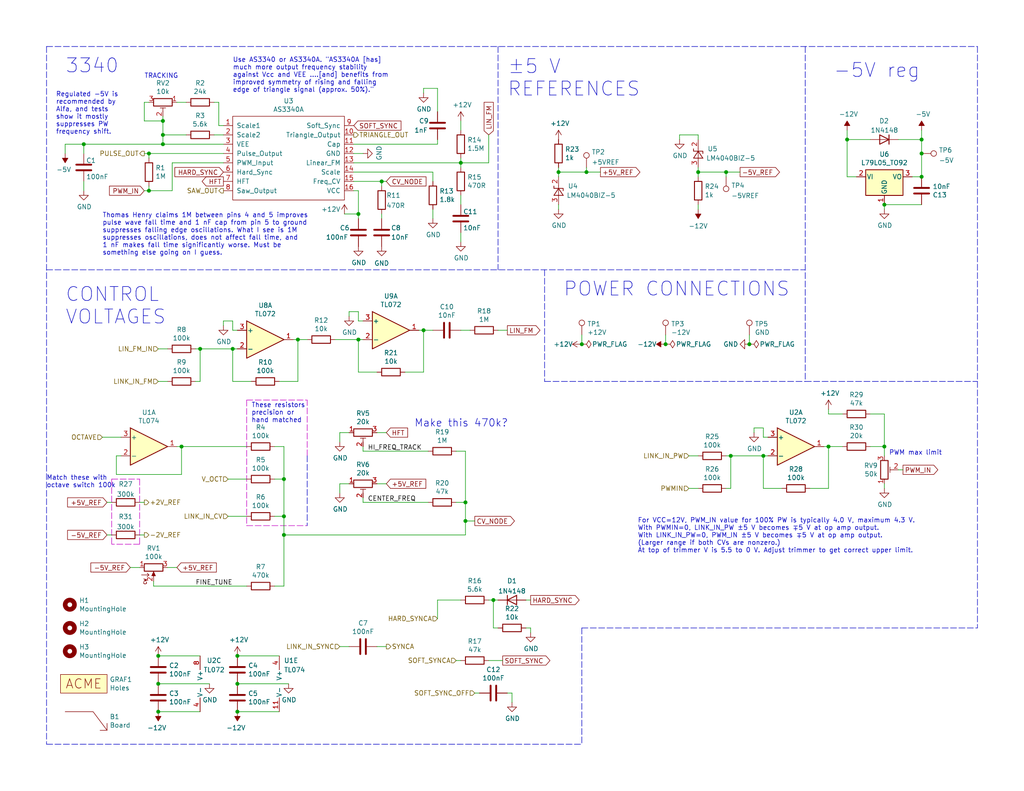
<source format=kicad_sch>
(kicad_sch (version 20211123) (generator eeschema)
  (paper "USLetter")
  (title_block (title "Sidekick VCO") (date "2022-01-30") (company "Rich Holmes / Analog Output") (comment 1 "or neighboring rights to this work. Published from United States.") (comment 2 "To the extent possible under law, Richard Holmes has waived all copyright and related ") (comment 3 "Partly based on designs by Kassutronics, Thomas Henry, and LMNC"))
  (junction (at 49.53 121.92))
  (junction (at 231.14 38.1))
  (junction (at 251.46 41.91))
  (junction (at 115.57 90.17))
  (junction (at 134.62 163.83))
  (junction (at 198.12 46.99))
  (junction (at 97.79 58.42))
  (junction (at 152.4 46.99))
  (junction (at 241.3 121.92))
  (junction (at 158.75 93.98))
  (junction (at 97.79 92.71))
  (junction (at 40.64 52.07))
  (junction (at 251.46 48.26))
  (junction (at 44.45 39.37))
  (junction (at 64.77 179.07))
  (junction (at 204.47 93.98))
  (junction (at 43.18 194.31))
  (junction (at 127 137.16))
  (junction (at 43.18 186.69))
  (junction (at 199.39 124.46))
  (junction (at 22.86 39.37))
  (junction (at 44.45 36.83))
  (junction (at 44.45 33.02))
  (junction (at 104.14 49.53))
  (junction (at 63.5 95.25))
  (junction (at 64.77 186.69))
  (junction (at 190.5 46.99))
  (junction (at 181.61 93.98))
  (junction (at 125.73 44.45))
  (junction (at 77.47 140.97))
  (junction (at 77.47 146.05))
  (junction (at 226.06 121.92))
  (junction (at 40.64 41.91))
  (junction (at 64.77 194.31))
  (junction (at 81.28 92.71))
  (junction (at 127 142.24))
  (junction (at 77.47 130.81))
  (junction (at 208.28 124.46))
  (junction (at 43.18 179.07))
  (junction (at 251.46 38.1))
  (junction (at 160.02 46.99))
  (junction (at 241.3 55.88))
  (junction (at 54.61 95.25))
  (wire (pts (xy 60.96 41.91) (xy 40.64 41.91)))
  (polyline (pts (xy 30.48 130.81) (xy 38.1 130.81)) (stroke (width 0) (color 194 0 194 1)))
  (wire (pts (xy 241.3 132.08) (xy 241.3 133.35)))
  (wire (pts (xy 74.93 140.97) (xy 77.47 140.97)))
  (wire (pts (xy 91.44 92.71) (xy 97.79 92.71)))
  (wire (pts (xy 105.41 49.53) (xy 104.14 49.53)))
  (wire (pts (xy 27.94 119.38) (xy 33.02 119.38)))
  (wire (pts (xy 76.2 104.14) (xy 81.28 104.14)))
  (wire (pts (xy 231.14 38.1) (xy 237.49 38.1)))
  (wire (pts (xy 144.78 163.83) (xy 143.51 163.83)))
  (wire (pts (xy 127 123.19) (xy 124.46 123.19)))
  (wire (pts (xy 152.4 55.88) (xy 152.4 57.15)))
  (wire (pts (xy 58.42 36.83) (xy 60.96 36.83)))
  (wire (pts (xy 77.47 146.05) (xy 77.47 160.02)))
  (wire (pts (xy 96.52 46.99) (xy 118.11 46.99)))
  (wire (pts (xy 160.02 46.99) (xy 163.83 46.99)))
  (polyline (pts (xy 83.82 124.46) (xy 83.82 109.22)) (stroke (width 0) (color 194 0 194 1)))
  (wire (pts (xy 198.12 46.99) (xy 201.93 46.99)))
  (wire (pts (xy 205.74 116.84) (xy 205.74 118.11)))
  (wire (pts (xy 137.16 180.34) (xy 133.35 180.34)))
  (wire (pts (xy 226.06 113.03) (xy 229.87 113.03)))
  (wire (pts (xy 115.57 24.13) (xy 115.57 25.4)))
  (wire (pts (xy 31.75 129.54) (xy 49.53 129.54)))
  (wire (pts (xy 41.91 160.02) (xy 67.31 160.02)))
  (wire (pts (xy 198.12 133.35) (xy 199.39 133.35)))
  (wire (pts (xy 251.46 35.56) (xy 251.46 38.1)))
  (wire (pts (xy 158.75 91.44) (xy 158.75 93.98)))
  (wire (pts (xy 135.89 171.45) (xy 134.62 171.45)))
  (wire (pts (xy 119.38 30.48) (xy 119.38 24.13)))
  (wire (pts (xy 57.15 186.69) (xy 43.18 186.69)))
  (wire (pts (xy 97.79 85.09) (xy 95.25 85.09)))
  (wire (pts (xy 53.34 95.25) (xy 54.61 95.25)))
  (wire (pts (xy 115.57 101.6) (xy 115.57 90.17)))
  (wire (pts (xy 97.79 101.6) (xy 102.87 101.6)))
  (wire (pts (xy 118.11 59.69) (xy 118.11 57.15)))
  (wire (pts (xy 77.47 121.92) (xy 77.47 130.81)))
  (wire (pts (xy 127 142.24) (xy 127 137.16)))
  (wire (pts (xy 125.73 63.5) (xy 125.73 66.04)))
  (wire (pts (xy 39.37 33.02) (xy 44.45 33.02)))
  (wire (pts (xy 74.93 130.81) (xy 77.47 130.81)))
  (wire (pts (xy 40.64 27.94) (xy 39.37 27.94)))
  (wire (pts (xy 190.5 36.83) (xy 185.42 36.83)))
  (wire (pts (xy 92.71 118.11) (xy 92.71 120.65)))
  (wire (pts (xy 44.45 36.83) (xy 50.8 36.83)))
  (wire (pts (xy 204.47 91.44) (xy 204.47 93.98)))
  (wire (pts (xy 76.2 179.07) (xy 64.77 179.07)))
  (wire (pts (xy 133.35 36.83) (xy 133.35 44.45)))
  (wire (pts (xy 97.79 52.07) (xy 97.79 58.42)))
  (wire (pts (xy 152.4 46.99) (xy 152.4 45.72)))
  (wire (pts (xy 40.64 50.8) (xy 40.64 52.07)))
  (polyline (pts (xy 38.1 148.59) (xy 30.48 148.59)) (stroke (width 0) (color 194 0 194 1)))
  (wire (pts (xy 245.11 128.27) (xy 246.38 128.27)))
  (wire (pts (xy 40.64 52.07) (xy 46.99 52.07)))
  (wire (pts (xy 63.5 87.63) (xy 60.96 87.63)))
  (wire (pts (xy 54.61 179.07) (xy 43.18 179.07)))
  (wire (pts (xy 187.96 133.35) (xy 190.5 133.35)))
  (wire (pts (xy 39.37 27.94) (xy 39.37 33.02)))
  (polyline (pts (xy 67.31 109.22) (xy 83.82 109.22)) (stroke (width 0) (color 194 0 194 1)))
  (wire (pts (xy 226.06 121.92) (xy 224.79 121.92)))
  (wire (pts (xy 139.7 189.23) (xy 138.43 189.23)))
  (wire (pts (xy 38.1 146.05) (xy 39.37 146.05)))
  (wire (pts (xy 99.06 135.89) (xy 99.06 137.16)))
  (wire (pts (xy 185.42 36.83) (xy 185.42 38.1)))
  (wire (pts (xy 125.73 44.45) (xy 125.73 45.72)))
  (wire (pts (xy 190.5 46.99) (xy 190.5 45.72)))
  (wire (pts (xy 63.5 87.63) (xy 63.5 90.17)))
  (wire (pts (xy 77.47 140.97) (xy 77.47 146.05)))
  (wire (pts (xy 125.73 53.34) (xy 125.73 55.88)))
  (wire (pts (xy 245.11 38.1) (xy 251.46 38.1)))
  (wire (pts (xy 144.78 172.72) (xy 144.78 171.45)))
  (wire (pts (xy 102.87 176.53) (xy 105.41 176.53)))
  (polyline (pts (xy 12.7 12.7) (xy 266.7 12.7)))
  (wire (pts (xy 62.23 130.81) (xy 67.31 130.81)))
  (wire (pts (xy 59.69 34.29) (xy 60.96 34.29)))
  (wire (pts (xy 77.47 146.05) (xy 127 146.05)))
  (polyline (pts (xy 148.59 104.14) (xy 219.71 104.14)))
  (wire (pts (xy 237.49 113.03) (xy 241.3 113.03)))
  (polyline (pts (xy 135.89 12.7) (xy 135.89 73.66)))
  (wire (pts (xy 152.4 46.99) (xy 152.4 48.26)))
  (wire (pts (xy 105.41 132.08) (xy 102.87 132.08)))
  (wire (pts (xy 43.18 104.14) (xy 45.72 104.14)))
  (polyline (pts (xy 67.31 109.22) (xy 67.31 143.51)) (stroke (width 0) (color 194 0 194 1)))
  (wire (pts (xy 39.37 52.07) (xy 40.64 52.07)))
  (wire (pts (xy 48.26 121.92) (xy 49.53 121.92)))
  (wire (pts (xy 190.5 38.1) (xy 190.5 36.83)))
  (wire (pts (xy 226.06 121.92) (xy 229.87 121.92)))
  (wire (pts (xy 29.21 137.16) (xy 30.48 137.16)))
  (wire (pts (xy 58.42 27.94) (xy 59.69 27.94)))
  (wire (pts (xy 231.14 35.56) (xy 231.14 38.1)))
  (wire (pts (xy 99.06 123.19) (xy 116.84 123.19)))
  (wire (pts (xy 135.89 90.17) (xy 138.43 90.17)))
  (wire (pts (xy 62.23 140.97) (xy 67.31 140.97)))
  (wire (pts (xy 127 146.05) (xy 127 142.24)))
  (wire (pts (xy 44.45 33.02) (xy 44.45 36.83)))
  (wire (pts (xy 29.21 146.05) (xy 30.48 146.05)))
  (polyline (pts (xy 266.7 12.7) (xy 266.7 171.45)))
  (wire (pts (xy 22.86 39.37) (xy 44.45 39.37)))
  (wire (pts (xy 237.49 121.92) (xy 241.3 121.92)))
  (wire (pts (xy 63.5 104.14) (xy 68.58 104.14)))
  (wire (pts (xy 22.86 52.07) (xy 22.86 49.53)))
  (wire (pts (xy 74.93 121.92) (xy 77.47 121.92)))
  (wire (pts (xy 92.71 132.08) (xy 92.71 134.62)))
  (wire (pts (xy 181.61 91.44) (xy 181.61 93.98)))
  (wire (pts (xy 190.5 46.99) (xy 190.5 48.26)))
  (wire (pts (xy 96.52 52.07) (xy 97.79 52.07)))
  (wire (pts (xy 96.52 44.45) (xy 125.73 44.45)))
  (wire (pts (xy 129.54 189.23) (xy 130.81 189.23)))
  (wire (pts (xy 160.02 45.72) (xy 160.02 46.99)))
  (wire (pts (xy 135.89 163.83) (xy 134.62 163.83)))
  (wire (pts (xy 44.45 39.37) (xy 44.45 36.83)))
  (wire (pts (xy 220.98 133.35) (xy 226.06 133.35)))
  (wire (pts (xy 190.5 46.99) (xy 198.12 46.99)))
  (wire (pts (xy 64.77 95.25) (xy 63.5 95.25)))
  (wire (pts (xy 125.73 180.34) (xy 124.46 180.34)))
  (wire (pts (xy 22.86 39.37) (xy 22.86 41.91)))
  (polyline (pts (xy 67.31 143.51) (xy 83.82 143.51)) (stroke (width 0) (color 194 0 194 1)))
  (wire (pts (xy 125.73 33.02) (xy 125.73 35.56)))
  (wire (pts (xy 152.4 46.99) (xy 160.02 46.99)))
  (polyline (pts (xy 12.7 203.2) (xy 158.75 203.2)))
  (wire (pts (xy 231.14 38.1) (xy 231.14 48.26)))
  (wire (pts (xy 95.25 118.11) (xy 92.71 118.11)))
  (wire (pts (xy 144.78 171.45) (xy 143.51 171.45)))
  (wire (pts (xy 127 137.16) (xy 127 123.19)))
  (wire (pts (xy 97.79 58.42) (xy 97.79 59.69)))
  (wire (pts (xy 187.96 124.46) (xy 190.5 124.46)))
  (wire (pts (xy 63.5 95.25) (xy 63.5 104.14)))
  (wire (pts (xy 231.14 48.26) (xy 233.68 48.26)))
  (wire (pts (xy 99.06 137.16) (xy 116.84 137.16)))
  (wire (pts (xy 44.45 31.75) (xy 44.45 33.02)))
  (wire (pts (xy 208.28 133.35) (xy 213.36 133.35)))
  (wire (pts (xy 119.38 24.13) (xy 115.57 24.13)))
  (wire (pts (xy 50.8 27.94) (xy 48.26 27.94)))
  (wire (pts (xy 251.46 41.91) (xy 251.46 48.26)))
  (wire (pts (xy 241.3 113.03) (xy 241.3 121.92)))
  (wire (pts (xy 99.06 41.91) (xy 96.52 41.91)))
  (wire (pts (xy 199.39 124.46) (xy 199.39 133.35)))
  (wire (pts (xy 115.57 90.17) (xy 114.3 90.17)))
  (wire (pts (xy 119.38 163.83) (xy 119.38 168.91)))
  (wire (pts (xy 208.28 124.46) (xy 208.28 133.35)))
  (wire (pts (xy 226.06 111.76) (xy 226.06 113.03)))
  (wire (pts (xy 63.5 90.17) (xy 64.77 90.17)))
  (wire (pts (xy 208.28 119.38) (xy 209.55 119.38)))
  (wire (pts (xy 241.3 121.92) (xy 241.3 124.46)))
  (wire (pts (xy 53.34 104.14) (xy 54.61 104.14)))
  (wire (pts (xy 99.06 121.92) (xy 99.06 123.19)))
  (wire (pts (xy 198.12 124.46) (xy 199.39 124.46)))
  (wire (pts (xy 99.06 92.71) (xy 97.79 92.71)))
  (wire (pts (xy 115.57 90.17) (xy 118.11 90.17)))
  (wire (pts (xy 209.55 124.46) (xy 208.28 124.46)))
  (wire (pts (xy 97.79 87.63) (xy 99.06 87.63)))
  (wire (pts (xy 17.78 41.91) (xy 17.78 39.37)))
  (polyline (pts (xy 219.71 104.14) (xy 266.7 104.14)))
  (wire (pts (xy 96.52 39.37) (xy 119.38 39.37)))
  (wire (pts (xy 251.46 48.26) (xy 248.92 48.26)))
  (wire (pts (xy 46.99 44.45) (xy 60.96 44.45)))
  (polyline (pts (xy 148.59 73.66) (xy 148.59 104.14)))
  (wire (pts (xy 39.37 41.91) (xy 40.64 41.91)))
  (wire (pts (xy 49.53 129.54) (xy 49.53 121.92)))
  (wire (pts (xy 40.64 41.91) (xy 40.64 43.18)))
  (wire (pts (xy 93.98 58.42) (xy 97.79 58.42)))
  (wire (pts (xy 97.79 92.71) (xy 97.79 101.6)))
  (wire (pts (xy 134.62 163.83) (xy 133.35 163.83)))
  (wire (pts (xy 54.61 194.31) (xy 43.18 194.31)))
  (wire (pts (xy 59.69 27.94) (xy 59.69 34.29)))
  (wire (pts (xy 139.7 191.77) (xy 139.7 189.23)))
  (wire (pts (xy 208.28 116.84) (xy 208.28 119.38)))
  (wire (pts (xy 198.12 48.26) (xy 198.12 46.99)))
  (wire (pts (xy 38.1 137.16) (xy 39.37 137.16)))
  (polyline (pts (xy 38.1 130.81) (xy 38.1 148.59)) (stroke (width 0) (color 194 0 194 1)))
  (wire (pts (xy 127 142.24) (xy 129.54 142.24)))
  (wire (pts (xy 63.5 95.25) (xy 54.61 95.25)))
  (wire (pts (xy 251.46 55.88) (xy 241.3 55.88)))
  (wire (pts (xy 76.2 194.31) (xy 64.77 194.31)))
  (wire (pts (xy 77.47 130.81) (xy 77.47 140.97)))
  (wire (pts (xy 134.62 171.45) (xy 134.62 163.83)))
  (wire (pts (xy 208.28 116.84) (xy 205.74 116.84)))
  (wire (pts (xy 81.28 104.14) (xy 81.28 92.71)))
  (wire (pts (xy 125.73 44.45) (xy 133.35 44.45)))
  (wire (pts (xy 104.14 50.8) (xy 104.14 49.53)))
  (polyline (pts (xy 158.75 171.45) (xy 266.7 171.45)))
  (polyline (pts (xy 83.82 124.46) (xy 83.82 143.51)))
  (polyline (pts (xy 12.7 12.7) (xy 12.7 203.2)))
  (wire (pts (xy 226.06 133.35) (xy 226.06 121.92)))
  (wire (pts (xy 45.72 154.94) (xy 48.26 154.94)))
  (wire (pts (xy 22.86 39.37) (xy 17.78 39.37)))
  (wire (pts (xy 83.82 92.71) (xy 81.28 92.71)))
  (wire (pts (xy 125.73 90.17) (xy 128.27 90.17)))
  (wire (pts (xy 78.74 186.69) (xy 64.77 186.69)))
  (wire (pts (xy 105.41 118.11) (xy 102.87 118.11)))
  (wire (pts (xy 118.11 46.99) (xy 118.11 49.53)))
  (wire (pts (xy 124.46 137.16) (xy 127 137.16)))
  (wire (pts (xy 45.72 95.25) (xy 43.18 95.25)))
  (wire (pts (xy 104.14 58.42) (xy 104.14 59.69)))
  (wire (pts (xy 46.99 52.07) (xy 46.99 44.45)))
  (polyline (pts (xy 158.75 171.45) (xy 158.75 203.2)))
  (wire (pts (xy 190.5 55.88) (xy 190.5 57.15)))
  (wire (pts (xy 241.3 57.15) (xy 241.3 55.88)))
  (wire (pts (xy 119.38 38.1) (xy 119.38 39.37)))
  (wire (pts (xy 41.91 158.75) (xy 41.91 160.02)))
  (polyline (pts (xy 30.48 130.81) (xy 30.48 148.59)) (stroke (width 0) (color 194 0 194 1)))
  (wire (pts (xy 60.96 87.63) (xy 60.96 88.9)))
  (wire (pts (xy 96.52 49.53) (xy 104.14 49.53)))
  (wire (pts (xy 95.25 85.09) (xy 95.25 86.36)))
  (wire (pts (xy 54.61 95.25) (xy 54.61 104.14)))
  (wire (pts (xy 49.53 121.92) (xy 67.31 121.92)))
  (wire (pts (xy 60.96 39.37) (xy 44.45 39.37)))
  (wire (pts (xy 35.56 154.94) (xy 38.1 154.94)))
  (wire (pts (xy 95.25 132.08) (xy 92.71 132.08)))
  (wire (pts (xy 125.73 163.83) (xy 119.38 163.83)))
  (wire (pts (xy 74.93 160.02) (xy 77.47 160.02)))
  (polyline (pts (xy 12.7 73.66) (xy 219.71 73.66)))
  (wire (pts (xy 31.75 124.46) (xy 31.75 129.54)))
  (wire (pts (xy 81.28 92.71) (xy 80.01 92.71)))
  (wire (pts (xy 33.02 124.46) (xy 31.75 124.46)))
  (wire (pts (xy 92.71 176.53) (xy 95.25 176.53)))
  (wire (pts (xy 97.79 85.09) (xy 97.79 87.63)))
  (wire (pts (xy 208.28 124.46) (xy 199.39 124.46)))
  (polyline (pts (xy 219.71 12.7) (xy 219.71 104.14)))
  (wire (pts (xy 125.73 43.18) (xy 125.73 44.45)))
  (wire (pts (xy 251.46 38.1) (xy 251.46 41.91)))
  (wire (pts (xy 110.49 101.6) (xy 115.57 101.6)))
  (text "3340" (at 17.78 20.32 0) (effects (font (size 3.81 3.81)) (justify left bottom)))
  (text "±5 V\nREFERENCES" (at 138.43 26.67 0) (effects (font (size 3.81 3.81)) (justify left bottom)))
  (text "TRACKING" (at 39.37 21.59 0) (effects (font (size 1.27 1.27)) (justify left bottom)))
  (text "For VCC=12V, PWM_IN value for 100% PW is typically 4.0 V, maximum 4.3 V.\nWith PWMIN=0, LINK_IN_PW ±5 V becomes ∓5 V at op amp output.\nWith LINK_IN_PW=0, PWM_IN ±5 V becomes ∓5 V at op amp output.\n(Larger range if both CVs are nonzero.)\nAt top of trimmer V is 5.5 to 0 V. Adjust trimmer to get correct upper limit.\n" (at 173.99 151.13 0) (effects (font (size 1.27 1.27)) (justify left bottom)))
  (text "Use AS3340 or AS3340A. \"AS3340A [has] \nmuch more output frequency stability \nagainst Vcc and VEE ....[and] benefits from \nimproved symmetry of rising and falling \nedge of triangle signal (approx. 50%).\"" (at 63.5 25.4 0) (effects (font (size 1.27 1.27)) (justify left bottom)))
  (text "-5V reg" (at 227.33 21.59 0) (effects (font (size 3.81 3.81)) (justify left bottom)))
  (text "PWM max limit" (at 242.57 124.46 0) (effects (font (size 1.27 1.27)) (justify left bottom)))
  (text "CONTROL\nVOLTAGES" (at 17.78 88.9 0) (effects (font (size 3.81 3.81)) (justify left bottom)))
  (text "These resistors\nprecision or \nhand matched" (at 68.58 115.57 0) (effects (font (size 1.27 1.27)) (justify left bottom)))
  (text "Thomas Henry claims 1M between pins 4 and 5 improves\npulse wave fall time and 1 nF cap from pin 5 to ground\nsuppresses falling edge oscillations. What I see is 1M\nsuppresses oscillations, does not affect fall time, and\n1 nF makes fall time significantly worse. Must be \nsomething else going on I guess." (at 27.94 69.85 0) (effects (font (size 1.27 1.27)) (justify left bottom)))
  (text "POWER CONNECTIONS" (at 153.67 81.28 0) (effects (font (size 3.81 3.81)) (justify left bottom)))
  (text "Regulated -5V is\nrecommended by\nAlfa, and tests\nshow it mostly \nsuppresses PW \nfrequency shift." (at 15.24 36.83 0) (effects (font (size 1.27 1.27)) (justify left bottom)))
  (text "Make this 470k?" (at 113.03 116.84 0) (effects (font (size 2.032 2.032)) (justify left bottom)))
  (text "Match these with\noctave switch 100k" (at 12.7 133.35 0) (effects (font (size 1.27 1.27)) (justify left bottom)))
  (label "FINE_TUNE" (at 53.34 160.02 0))
  (label "HI_FREQ_TRACK" (at 100.33 123.19 0))
  (label "CENTER_FREQ" (at 100.33 137.16 0))
  (global_label "LIN_FM" (shape output) (at 138.43 90.17 0) (property "Intersheet References" "${INTERSHEET_REFS}" (effects hide)))
  (global_label "HARD_SYNC" (shape output) (at 144.78 163.83 0) (property "Intersheet References" "${INTERSHEET_REFS}" (effects hide)))
  (global_label "PWM_IN" (shape output) (at 246.38 128.27 0) (property "Intersheet References" "${INTERSHEET_REFS}" (effects hide)))
  (global_label "HFT" (shape output) (at 60.96 49.53 180) (property "Intersheet References" "${INTERSHEET_REFS}" (effects hide)))
  (global_label "CV_NODE" (shape input) (at 105.41 49.53 0) (property "Intersheet References" "${INTERSHEET_REFS}" (effects hide)))
  (global_label "HARD_SYNC" (shape input) (at 60.96 46.99 180) (property "Intersheet References" "${INTERSHEET_REFS}" (effects hide)))
  (global_label "PWM_IN" (shape input) (at 39.37 52.07 180) (property "Intersheet References" "${INTERSHEET_REFS}" (effects hide)))
  (global_label "SOFT_SYNC" (shape input) (at 96.52 34.29 0) (property "Intersheet References" "${INTERSHEET_REFS}" (effects hide)))
  (global_label "-5V_REF" (shape input) (at 35.56 154.94 180) (property "Intersheet References" "${INTERSHEET_REFS}" (effects hide)))
  (global_label "+5V_REF" (shape output) (at 163.83 46.99 0) (property "Intersheet References" "${INTERSHEET_REFS}" (effects hide)))
  (global_label "+5V_REF" (shape input) (at 29.21 137.16 180) (property "Intersheet References" "${INTERSHEET_REFS}" (effects hide)))
  (global_label "LIN_FM" (shape input) (at 133.35 36.83 90) (property "Intersheet References" "${INTERSHEET_REFS}" (effects hide)))
  (global_label "+5V_REF" (shape input) (at 48.26 154.94 0) (property "Intersheet References" "${INTERSHEET_REFS}" (effects hide)))
  (global_label "+5V_REF" (shape input) (at 105.41 132.08 0) (property "Intersheet References" "${INTERSHEET_REFS}" (effects hide)))
  (global_label "CV_NODE" (shape output) (at 129.54 142.24 0) (property "Intersheet References" "${INTERSHEET_REFS}" (effects hide)))
  (global_label "-5V_REF" (shape output) (at 201.93 46.99 0) (property "Intersheet References" "${INTERSHEET_REFS}" (effects hide)))
  (global_label "HFT" (shape input) (at 105.41 118.11 0) (property "Intersheet References" "${INTERSHEET_REFS}" (effects hide)))
  (global_label "SOFT_SYNC" (shape output) (at 137.16 180.34 0) (property "Intersheet References" "${INTERSHEET_REFS}" (effects hide)))
  (global_label "-5V_REF" (shape input) (at 29.21 146.05 180) (property "Intersheet References" "${INTERSHEET_REFS}" (effects hide)))
  (hierarchical_label "SOFT_SYNCA" (shape input) (at 124.46 180.34 180))
  (hierarchical_label "V_OCT" (shape input) (at 62.23 130.81 180))
  (hierarchical_label "-2V_REF" (shape output) (at 39.37 146.05 0))
  (hierarchical_label "SOFT_SYNC_OFF" (shape input) (at 129.54 189.23 180))
  (hierarchical_label "+2V_REF" (shape output) (at 39.37 137.16 0))
  (hierarchical_label "LINK_IN_PW" (shape input) (at 187.96 124.46 180))
  (hierarchical_label "SAW_OUT" (shape output) (at 60.96 52.07 180))
  (hierarchical_label "PULSE_OUT" (shape output) (at 39.37 41.91 180))
  (hierarchical_label "PWMIN" (shape input) (at 187.96 133.35 180))
  (hierarchical_label "LINK_IN_CV" (shape input) (at 62.23 140.97 180))
  (hierarchical_label "SYNCA" (shape output) (at 105.41 176.53 0))
  (hierarchical_label "TRIANGLE_OUT" (shape output) (at 96.52 36.83 0))
  (hierarchical_label "OCTAVE" (shape input) (at 27.94 119.38 180))
  (hierarchical_label "LINK_IN_SYNC" (shape input) (at 92.71 176.53 180))
  (hierarchical_label "LIN_FM_IN" (shape input) (at 43.18 95.25 180))
  (hierarchical_label "HARD_SYNCA" (shape input) (at 119.38 168.91 180))
  (hierarchical_label "LINK_IN_FM" (shape input) (at 43.18 104.14 180))
  (symbol (lib_id "ao_symbols:AS3340") (at 78.74 43.18 0) (unit 1)
    (property "Reference" "U3" (at 78.74 27.559 0))
    (property "Value" "AS3340A" (at 78.74 29.8704 0))
    (property "Footprint" "ao_tht:DIP-16_W7.62mm_Socket_LongPads" (effects hide))
    (property "Datasheet" "http://www.ti.com/lit/ds/symlink/tl071.pdf" (effects hide))
  )
  (symbol (lib_id "ao_symbols:C") (at 22.86 45.72 0) (unit 1)
    (property "Reference" "C1" (at 23.495 43.815 0) (effects (justify left)))
    (property "Value" "100nF" (at 23.495 48.26 0) (effects (justify left)))
    (property "Footprint" "ao_tht:C_Disc_D3.0mm_W1.6mm_P2.50mm" (effects hide))
    (property "Vendor" "Tayda" (effects hide))
  )
  (symbol (lib_id "power:GND") (at 22.86 52.07 0) (unit 1)
    (property "Reference" "#PWR09" (effects hide))
    (property "Value" "GND" (at 22.987 56.4642 0))
  )
  (symbol (lib_id "power:GND") (at 92.71 120.65 0) (unit 1)
    (property "Reference" "#PWR024" (effects hide))
    (property "Value" "GND" (at 92.837 125.0442 0))
  )
  (symbol (lib_id "ao_symbols:C") (at 99.06 176.53 270) (unit 1)
    (property "Reference" "C7" (at 99.06 170.1292 90))
    (property "Value" "100nF" (at 99.06 172.4406 90))
    (property "Footprint" "ao_tht:C_Rect_L7.2mm_W2.5mm_P5.00mm_FKS2_FKP2_MKS2_MKP2" (effects hide))
    (property "Vendor" "Tayda" (effects hide))
  )
  (symbol (lib_id "power:-5V") (at 17.78 41.91 180) (unit 1)
    (property "Reference" "#PWR08" (effects hide))
    (property "Value" "-5V" (at 17.399 46.3042 0))
  )
  (symbol (lib_id "ao_symbols:TL074") (at 78.74 186.69 0) (unit 5)
    (property "Reference" "U1" (at 77.47 180.34 0) (effects (justify left)))
    (property "Value" "TL074" (at 77.47 182.88 0) (effects (justify left)))
    (property "Footprint" "ao_tht:DIP-14_W7.62mm_Socket_LongPads" (effects hide))
    (property "Datasheet" "http://www.ti.com/lit/ds/symlink/tl071.pdf" (effects hide))
    (property "Vendor" "Tayda" (effects hide))
    (property "SKU" "A-1138" (effects hide))
  )
  (symbol (lib_id "ao_symbols:R") (at 118.11 53.34 0) (unit 1)
    (property "Reference" "R13" (at 119.888 52.1716 0) (effects (justify left)))
    (property "Value" "1.8k" (at 119.888 54.483 0) (effects (justify left)))
    (property "Footprint" "ao_tht:R_Axial_DIN0207_L6.3mm_D2.5mm_P10.16mm_Horizontal" (effects hide))
    (property "Vendor" "Tayda" (effects hide))
  )
  (symbol (lib_id "ao_symbols:R") (at 54.61 36.83 270) (unit 1)
    (property "Reference" "R3" (at 54.61 31.5722 90))
    (property "Value" "5.6k" (at 54.61 33.8836 90))
    (property "Footprint" "ao_tht:R_Axial_DIN0207_L6.3mm_D2.5mm_P10.16mm_Horizontal" (effects hide))
    (property "Vendor" "Tayda" (effects hide))
  )
  (symbol (lib_id "ao_symbols:R") (at 54.61 27.94 270) (unit 1)
    (property "Reference" "R2" (at 54.61 22.6822 90))
    (property "Value" "24k" (at 54.61 24.9936 90))
    (property "Footprint" "ao_tht:R_Axial_DIN0207_L6.3mm_D2.5mm_P10.16mm_Horizontal" (effects hide))
    (property "Vendor" "Tayda" (effects hide))
  )
  (symbol (lib_id "ao_symbols:R_POT_TRIM_3296W") (at 44.45 27.94 270) (unit 1)
    (property "Reference" "RV2" (at 44.45 22.6822 90))
    (property "Value" "10k" (at 44.45 24.9936 90))
    (property "Footprint" "ao_tht:Potentiometer_Bourns_3296W_Vertical_screw_centered" (effects hide))
    (property "Vendor" "Tayda" (effects hide))
  )
  (symbol (lib_id "ao_symbols:R") (at 40.64 46.99 0) (unit 1)
    (property "Reference" "R1" (at 42.418 45.8216 0) (effects (justify left)))
    (property "Value" "1M" (at 42.418 48.133 0) (effects (justify left)))
    (property "Footprint" "ao_tht:R_Axial_DIN0207_L6.3mm_D2.5mm_P10.16mm_Horizontal" (effects hide))
    (property "Vendor" "Tayda" (effects hide))
  )
  (symbol (lib_id "power:GND") (at 118.11 59.69 0) (unit 1)
    (property "Reference" "#PWR027" (effects hide))
    (property "Value" "GND" (at 118.237 64.0842 0))
  )
  (symbol (lib_id "ao_symbols:R") (at 125.73 39.37 0) (unit 1)
    (property "Reference" "R14" (at 127.508 38.2016 0) (effects (justify left)))
    (property "Value" "1.5M" (at 127.508 40.513 0) (effects (justify left)))
    (property "Footprint" "ao_tht:R_Axial_DIN0207_L6.3mm_D2.5mm_P10.16mm_Horizontal" (effects hide))
    (property "Vendor" "Tayda" (effects hide))
  )
  (symbol (lib_id "ao_symbols:R") (at 125.73 49.53 0) (unit 1)
    (property "Reference" "R15" (at 127.508 48.3616 0) (effects (justify left)))
    (property "Value" "470R" (at 127.508 50.673 0) (effects (justify left)))
    (property "Footprint" "ao_tht:R_Axial_DIN0207_L6.3mm_D2.5mm_P10.16mm_Horizontal" (effects hide))
    (property "Vendor" "Tayda" (effects hide))
  )
  (symbol (lib_id "power:GND") (at 125.73 66.04 0) (unit 1)
    (property "Reference" "#PWR029" (effects hide))
    (property "Value" "GND" (at 125.857 70.4342 0))
  )
  (symbol (lib_id "ao_symbols:C") (at 125.73 59.69 0) (unit 1)
    (property "Reference" "C11" (at 126.365 57.785 0) (effects (justify left)))
    (property "Value" "10nF" (at 126.365 62.23 0) (effects (justify left)))
    (property "Footprint" "ao_tht:C_Rect_L7.2mm_W2.5mm_P5.00mm_FKS2_FKP2_MKS2_MKP2" (effects hide))
    (property "Vendor" "Tayda" (effects hide))
  )
  (symbol (lib_id "power:GND") (at 99.06 41.91 90) (unit 1)
    (property "Reference" "#PWR022" (effects hide))
    (property "Value" "GND" (at 103.4542 41.783 0))
  )
  (symbol (lib_id "ao_symbols:C") (at 119.38 34.29 0) (unit 1)
    (property "Reference" "C9" (at 114.3 33.02 0) (effects (justify left)))
    (property "Value" "1nF" (at 113.03 35.56 0) (effects (justify left)))
    (property "Footprint" "Capacitor_THT:C_Rect_L7.2mm_W4.5mm_P5.00mm_FKS2_FKP2_MKS2_MKP2" (effects hide))
    (property "Vendor" "Tayda" (effects hide))
  )
  (symbol (lib_id "power:GND") (at 115.57 25.4 0) (unit 1)
    (property "Reference" "#PWR026" (effects hide))
    (property "Value" "GND" (at 115.697 29.7942 0))
  )
  (symbol (lib_id "ao_symbols:R_POT_TRIM_3296W") (at 99.06 118.11 90) (mirror x) (unit 1)
    (property "Reference" "RV5" (at 99.06 112.8522 90))
    (property "Value" "20k" (at 99.06 115.1636 90))
    (property "Footprint" "ao_tht:Potentiometer_Bourns_3296W_Vertical_screw_centered" (effects hide))
    (property "Vendor" "Tayda" (effects hide))
  )
  (symbol (lib_id "ao_symbols:R_POT_TRIM_3296W") (at 99.06 132.08 90) (mirror x) (unit 1)
    (property "Reference" "RV6" (at 99.06 126.8222 90))
    (property "Value" "20k" (at 99.06 129.1336 90))
    (property "Footprint" "ao_tht:Potentiometer_Bourns_3296W_Vertical_screw_centered" (effects hide))
    (property "Vendor" "Tayda" (effects hide))
  )
  (symbol (lib_id "ao_symbols:R") (at 120.65 123.19 270) (unit 1)
    (property "Reference" "R19" (at 120.65 117.9322 90))
    (property "Value" "1M" (at 120.65 120.2436 90))
    (property "Footprint" "ao_tht:R_Axial_DIN0207_L6.3mm_D2.5mm_P10.16mm_Horizontal" (effects hide))
    (property "Vendor" "Tayda" (effects hide))
  )
  (symbol (lib_id "ao_symbols:R") (at 120.65 137.16 270) (unit 1)
    (property "Reference" "R20" (at 120.65 131.9022 90))
    (property "Value" "47k" (at 120.65 134.2136 90))
    (property "Footprint" "ao_tht:R_Axial_DIN0207_L6.3mm_D2.5mm_P10.16mm_Horizontal" (effects hide))
    (property "Vendor" "Tayda" (effects hide))
  )
  (symbol (lib_id "ao_symbols:R") (at 71.12 121.92 270) (unit 1)
    (property "Reference" "R4" (at 71.12 116.6622 90))
    (property "Value" "100k" (at 71.12 118.9736 90))
    (property "Footprint" "ao_tht:R_Axial_DIN0207_L6.3mm_D2.5mm_P10.16mm_Horizontal" (effects hide))
    (property "Vendor" "Tayda" (effects hide))
  )
  (symbol (lib_id "power:GND") (at 92.71 134.62 0) (unit 1)
    (property "Reference" "#PWR025" (effects hide))
    (property "Value" "GND" (at 92.837 139.0142 0))
  )
  (symbol (lib_id "ao_symbols:R") (at 71.12 160.02 270) (unit 1)
    (property "Reference" "R7" (at 71.12 154.7622 90))
    (property "Value" "470k" (at 71.12 157.0736 90))
    (property "Footprint" "ao_tht:R_Axial_DIN0207_L6.3mm_D2.5mm_P10.16mm_Horizontal" (effects hide))
    (property "Vendor" "Tayda" (effects hide))
  )
  (symbol (lib_id "ao_symbols:R") (at 194.31 124.46 270) (unit 1)
    (property "Reference" "R25" (at 194.31 119.2022 90))
    (property "Value" "100k" (at 194.31 121.5136 90))
    (property "Footprint" "ao_tht:R_Axial_DIN0207_L6.3mm_D2.5mm_P10.16mm_Horizontal" (effects hide))
    (property "Vendor" "Tayda" (effects hide))
  )
  (symbol (lib_id "ao_symbols:C") (at 64.77 182.88 0) (unit 1)
    (property "Reference" "C4" (at 67.691 181.7116 0) (effects (justify left)))
    (property "Value" "100nF" (at 67.691 184.023 0) (effects (justify left)))
    (property "Footprint" "ao_tht:C_Disc_D3.0mm_W1.6mm_P2.50mm" (effects hide))
    (property "Vendor" "Tayda" (effects hide))
  )
  (symbol (lib_id "ao_symbols:TL072") (at 217.17 121.92 0) (unit 1)
    (property "Reference" "U2" (at 217.17 112.5982 0))
    (property "Value" "TL072" (at 217.17 114.9096 0))
    (property "Footprint" "ao_tht:DIP-8_W7.62mm_Socket_LongPads" (effects hide))
    (property "Vendor" "Tayda" (effects hide))
    (property "SKU" "A-037" (effects hide))
  )
  (symbol (lib_id "ao_symbols:TL072") (at 57.15 186.69 0) (unit 3)
    (property "Reference" "U2" (at 58.42 180.34 0))
    (property "Value" "TL072" (at 58.42 182.88 0))
    (property "Footprint" "ao_tht:DIP-8_W7.62mm_Socket_LongPads" (effects hide))
    (property "Vendor" "Tayda" (effects hide))
    (property "SKU" "A-037" (effects hide))
  )
  (symbol (lib_id "ao_symbols:R") (at 194.31 133.35 270) (unit 1)
    (property "Reference" "R26" (at 194.31 128.0922 90))
    (property "Value" "100k" (at 194.31 130.4036 90))
    (property "Footprint" "ao_tht:R_Axial_DIN0207_L6.3mm_D2.5mm_P10.16mm_Horizontal" (effects hide))
    (property "Vendor" "Tayda" (effects hide))
  )
  (symbol (lib_id "ao_symbols:C") (at 64.77 190.5 0) (unit 1)
    (property "Reference" "C5" (at 67.691 189.3316 0) (effects (justify left)))
    (property "Value" "100nF" (at 67.691 191.643 0) (effects (justify left)))
    (property "Footprint" "ao_tht:C_Disc_D3.0mm_W1.6mm_P2.50mm" (effects hide))
    (property "Vendor" "Tayda" (effects hide))
  )
  (symbol (lib_id "power:GND") (at 78.74 186.69 0) (unit 1)
    (property "Reference" "#PWR017" (effects hide))
    (property "Value" "GND" (at 78.867 191.0842 0))
  )
  (symbol (lib_id "ao_symbols:C") (at 43.18 182.88 0) (unit 1)
    (property "Reference" "C2" (at 46.101 181.7116 0) (effects (justify left)))
    (property "Value" "100nF" (at 46.101 184.023 0) (effects (justify left)))
    (property "Footprint" "ao_tht:C_Disc_D3.0mm_W1.6mm_P2.50mm" (effects hide))
    (property "Vendor" "Tayda" (effects hide))
  )
  (symbol (lib_id "ao_symbols:C") (at 43.18 190.5 0) (unit 1)
    (property "Reference" "C3" (at 46.101 189.3316 0) (effects (justify left)))
    (property "Value" "100nF" (at 46.101 191.643 0) (effects (justify left)))
    (property "Footprint" "ao_tht:C_Disc_D3.0mm_W1.6mm_P2.50mm" (effects hide))
    (property "Vendor" "Tayda" (effects hide))
  )
  (symbol (lib_id "power:GND") (at 57.15 186.69 0) (unit 1)
    (property "Reference" "#PWR013" (effects hide))
    (property "Value" "GND" (at 57.277 191.0842 0))
  )
  (symbol (lib_id "ao_symbols:R_POT_TRIM_3296W") (at 241.3 128.27 0) (mirror x) (unit 1)
    (property "Reference" "RV9" (at 239.522 127.1016 0) (effects (justify right)))
    (property "Value" "50k" (at 239.522 129.413 0) (effects (justify right)))
    (property "Footprint" "ao_tht:Potentiometer_Bourns_3296W_Vertical_screw_centered" (effects hide))
    (property "Vendor" "Tayda" (effects hide))
  )
  (symbol (lib_id "ao_symbols:R") (at 217.17 133.35 270) (unit 1)
    (property "Reference" "R28" (at 217.17 128.0922 90))
    (property "Value" "100k" (at 217.17 130.4036 90))
    (property "Footprint" "ao_tht:R_Axial_DIN0207_L6.3mm_D2.5mm_P10.16mm_Horizontal" (effects hide))
    (property "Vendor" "Tayda" (effects hide))
  )
  (symbol (lib_id "power:GND") (at 241.3 133.35 0) (unit 1)
    (property "Reference" "#PWR047" (effects hide))
    (property "Value" "GND" (at 241.427 137.7442 0))
  )
  (symbol (lib_id "ao_symbols:R") (at 233.68 121.92 270) (unit 1)
    (property "Reference" "R30" (at 233.68 116.6622 90))
    (property "Value" "20k" (at 233.68 118.9736 90))
    (property "Footprint" "ao_tht:R_Axial_DIN0207_L6.3mm_D2.5mm_P10.16mm_Horizontal" (effects hide))
    (property "Vendor" "Tayda" (effects hide))
  )
  (symbol (lib_id "ao_symbols:R") (at 233.68 113.03 270) (unit 1)
    (property "Reference" "R29" (at 233.68 107.7722 90))
    (property "Value" "47k" (at 233.68 110.0836 90))
    (property "Footprint" "ao_tht:R_Axial_DIN0207_L6.3mm_D2.5mm_P10.16mm_Horizontal" (effects hide))
    (property "Vendor" "Tayda" (effects hide))
  )
  (symbol (lib_id "ao_symbols:R_POT") (at 41.91 154.94 270) (unit 1)
    (property "Reference" "RV1" (at 41.91 149.6822 90))
    (property "Value" "100k" (at 41.91 151.9936 90))
    (property "Footprint" "ao_tht:Potentiometer_Alpha_RD901F-40-00D_Single_Vertical_centered" (effects hide))
    (property "Vendor" "Tayda" (effects hide))
  )
  (symbol (lib_id "ao_symbols:R") (at 71.12 130.81 270) (unit 1)
    (property "Reference" "R5" (at 71.12 125.5522 90))
    (property "Value" "100k" (at 71.12 127.8636 90))
    (property "Footprint" "ao_tht:R_Axial_DIN0207_L6.3mm_D2.5mm_P10.16mm_Horizontal" (effects hide))
    (property "Vendor" "Tayda" (effects hide))
  )
  (symbol (lib_id "ao_symbols:R") (at 71.12 140.97 270) (unit 1)
    (property "Reference" "R6" (at 71.12 135.7122 90))
    (property "Value" "100k" (at 71.12 138.0236 90))
    (property "Footprint" "ao_tht:R_Axial_DIN0207_L6.3mm_D2.5mm_P10.16mm_Horizontal" (effects hide))
    (property "Vendor" "Tayda" (effects hide))
  )
  (symbol (lib_id "ao_symbols:R") (at 152.4 41.91 0) (unit 1)
    (property "Reference" "R23" (at 154.178 40.7416 0) (effects (justify left)))
    (property "Value" "1k" (at 154.178 43.053 0) (effects (justify left)))
    (property "Footprint" "ao_tht:R_Axial_DIN0207_L6.3mm_D2.5mm_P10.16mm_Horizontal" (effects hide))
    (property "Vendor" "Tayda" (effects hide))
  )
  (symbol (lib_id "Regulator_Linear:L79L05_TO92") (at 241.3 48.26 0) (mirror x) (unit 1)
    (property "Reference" "U6" (at 241.3 42.1132 0))
    (property "Value" "L79L05_TO92" (at 241.3 44.4246 0))
    (property "Footprint" "Package_TO_SOT_THT:TO-92_Inline" (effects hide))
    (property "Datasheet" "http://www.farnell.com/datasheets/1827870.pdf" (effects hide))
  )
  (symbol (lib_id "power:GND") (at 241.3 57.15 0) (unit 1)
    (property "Reference" "#PWR046" (effects hide))
    (property "Value" "GND" (at 241.427 61.5442 0))
  )
  (symbol (lib_id "power:-5V") (at 251.46 35.56 0) (unit 1)
    (property "Reference" "#PWR048" (effects hide))
    (property "Value" "-5V" (at 251.841 31.1658 0))
  )
  (symbol (lib_id "ao_symbols:1N4148") (at 241.3 38.1 0) (mirror y) (unit 1)
    (property "Reference" "D2" (at 242.57 33.02 0) (effects (justify left)))
    (property "Value" "1N4148" (at 245.11 35.56 0) (effects (justify left)))
    (property "Footprint" "ao_tht:D_DO-35_SOD27_P7.62mm_Horizontal" (effects hide))
    (property "Datasheet" "https://assets.nexperia.com/documents/data-sheet/1N4148_1N4448.pdf" (effects hide))
    (property "SKU" "A-157" (effects hide))
    (property "Vendor" "Tayda" (effects hide))
  )
  (symbol (lib_id "ao_symbols:C") (at 251.46 52.07 0) (mirror x) (unit 1)
    (property "Reference" "C13" (at 254.4572 53.2384 0) (effects (justify left)))
    (property "Value" "10nF" (at 254.4572 50.927 0) (effects (justify left)))
    (property "Footprint" "ao_tht:C_Rect_L7.2mm_W2.5mm_P5.00mm_FKS2_FKP2_MKS2_MKP2" (effects hide))
    (property "Vendor" "Tayda" (effects hide))
  )
  (symbol (lib_id "power:-12V") (at 231.14 35.56 0) (unit 1)
    (property "Reference" "#PWR045" (effects hide))
    (property "Value" "-12V" (at 231.521 31.1658 0))
  )
  (symbol (lib_id "ao_symbols:C") (at 121.92 90.17 270) (unit 1)
    (property "Reference" "C10" (at 121.92 83.7692 90))
    (property "Value" "10nF" (at 121.92 86.0806 90))
    (property "Footprint" "ao_tht:C_Rect_L7.2mm_W2.5mm_P5.00mm_FKS2_FKP2_MKS2_MKP2" (effects hide))
    (property "Vendor" "Tayda" (effects hide))
  )
  (symbol (lib_id "power:-12V") (at 43.18 194.31 180) (unit 1)
    (property "Reference" "#PWR011" (effects hide))
    (property "Value" "-12V" (at 42.799 198.7042 0))
  )
  (symbol (lib_id "power:-12V") (at 64.77 194.31 180) (unit 1)
    (property "Reference" "#PWR015" (effects hide))
    (property "Value" "-12V" (at 64.389 198.7042 0))
  )
  (symbol (lib_id "power:+12V") (at 125.73 33.02 0) (unit 1)
    (property "Reference" "#PWR028" (effects hide))
    (property "Value" "+12V" (at 126.111 28.6258 0))
  )
  (symbol (lib_id "power:+12V") (at 43.18 179.07 0) (unit 1)
    (property "Reference" "#PWR010" (effects hide))
    (property "Value" "+12V" (at 43.561 174.6758 0))
  )
  (symbol (lib_id "power:+12V") (at 64.77 179.07 0) (unit 1)
    (property "Reference" "#PWR014" (effects hide))
    (property "Value" "+12V" (at 65.151 174.6758 0))
  )
  (symbol (lib_id "ao_symbols:MountingHole") (at 19.05 171.45 0) (unit 1)
    (property "Reference" "H2" (at 21.59 170.2816 0) (effects (justify left)))
    (property "Value" "MountingHole" (at 21.59 172.593 0) (effects (justify left)))
    (property "Footprint" "ao_tht:MountingHole_3.2mm_M3" (effects hide))
    (property "Config" "DNF" (effects hide))
  )
  (symbol (lib_id "ao_symbols:MountingHole") (at 19.05 177.8 0) (unit 1)
    (property "Reference" "H3" (at 21.59 176.6316 0) (effects (justify left)))
    (property "Value" "MountingHole" (at 21.59 178.943 0) (effects (justify left)))
    (property "Footprint" "ao_tht:MountingHole_3.2mm_M3" (effects hide))
    (property "Config" "DNF" (effects hide))
  )
  (symbol (lib_id "ao_symbols:MountingHole") (at 19.05 165.1 0) (unit 1)
    (property "Reference" "H1" (at 21.59 163.9316 0) (effects (justify left)))
    (property "Value" "MountingHole" (at 21.59 166.243 0) (effects (justify left)))
    (property "Footprint" "ao_tht:MountingHole_3.2mm_M3" (effects hide))
    (property "Config" "DNF" (effects hide))
  )
  (symbol (lib_id "power:+12V") (at 226.06 111.76 0) (unit 1)
    (property "Reference" "#PWR044" (effects hide))
    (property "Value" "+12V" (at 226.441 107.3658 0))
  )
  (symbol (lib_id "ao_symbols:Graphic") (at 22.86 186.69 0) (unit 1)
    (property "Reference" "GRAF1" (at 29.9212 185.5216 0) (effects (justify left)))
    (property "Value" "Holes" (at 29.9212 187.833 0) (effects (justify left)))
    (property "Footprint" "herovco:herovco_panel_behind" (effects hide))
    (property "Config" "DNF" (effects hide))
  )
  (symbol (lib_id "power:PWR_FLAG") (at 158.75 93.98 270) (unit 1)
    (property "Reference" "#FLG01" (effects hide))
    (property "Value" "PWR_FLAG" (at 166.37 93.98 90))
  )
  (symbol (lib_id "power:PWR_FLAG") (at 181.61 93.98 270) (unit 1)
    (property "Reference" "#FLG02" (effects hide))
    (property "Value" "PWR_FLAG" (at 189.23 93.98 90))
  )
  (symbol (lib_id "power:+12V") (at 158.75 93.98 90) (unit 1)
    (property "Reference" "#PWR034" (effects hide))
    (property "Value" "+12V" (at 153.67 93.98 90))
  )
  (symbol (lib_id "power:-12V") (at 181.61 93.98 90) (unit 1)
    (property "Reference" "#PWR037" (effects hide))
    (property "Value" "-12V" (at 176.53 93.98 90))
  )
  (symbol (lib_id "power:GND") (at 204.47 93.98 270) (unit 1)
    (property "Reference" "#PWR041" (effects hide))
    (property "Value" "GND" (at 199.39 93.98 90))
  )
  (symbol (lib_id "power:PWR_FLAG") (at 204.47 93.98 270) (unit 1)
    (property "Reference" "#FLG03" (effects hide))
    (property "Value" "PWR_FLAG" (at 212.09 93.98 90))
  )
  (symbol (lib_id "Connector:TestPoint") (at 158.75 91.44 0) (unit 1)
    (property "Reference" "TP1" (at 160.2232 88.4428 0) (effects (justify left)))
    (property "Value" "+12V" (at 160.2232 90.7542 0) (effects (justify left)))
    (property "Footprint" "ao_tht:TestPoint_THTPad_D1.5mm_Drill0.7mm" (effects hide))
  )
  (symbol (lib_id "Connector:TestPoint") (at 181.61 91.44 0) (unit 1)
    (property "Reference" "TP3" (at 183.0832 88.4428 0) (effects (justify left)))
    (property "Value" "-12V" (at 183.0832 90.7542 0) (effects (justify left)))
    (property "Footprint" "ao_tht:TestPoint_THTPad_D1.5mm_Drill0.7mm" (effects hide))
  )
  (symbol (lib_id "Connector:TestPoint") (at 204.47 91.44 0) (unit 1)
    (property "Reference" "TP5" (at 205.9432 88.4428 0) (effects (justify left)))
    (property "Value" "GND" (at 205.9432 90.7542 0) (effects (justify left)))
    (property "Footprint" "ao_tht:TestPoint_THTPad_D1.5mm_Drill0.7mm" (effects hide))
  )
  (symbol (lib_id "power:+12V") (at 152.4 38.1 0) (unit 1)
    (property "Reference" "#PWR032" (effects hide))
    (property "Value" "+12V" (at 152.781 33.7058 0))
  )
  (symbol (lib_id "power:GND") (at 152.4 57.15 0) (unit 1)
    (property "Reference" "#PWR033" (effects hide))
    (property "Value" "GND" (at 152.527 61.5442 0))
  )
  (symbol (lib_id "ao_symbols:Board") (at 24.13 196.85 0) (unit 1)
    (property "Reference" "B1" (at 29.9212 195.6816 0) (effects (justify left)))
    (property "Value" "Board" (at 29.9212 197.993 0) (effects (justify left)))
    (property "Footprint" "ao_tht:Board_Marker" (effects hide))
    (property "Config" "DNF" (effects hide))
  )
  (symbol (lib_id "ao_symbols:TL074") (at 40.64 121.92 0) (unit 1)
    (property "Reference" "U1" (at 40.64 112.5982 0))
    (property "Value" "TL074" (at 40.64 114.9096 0))
    (property "Footprint" "ao_tht:DIP-14_W7.62mm_Socket_LongPads" (effects hide))
    (property "Datasheet" "http://www.ti.com/lit/ds/symlink/tl071.pdf" (effects hide))
    (property "Vendor" "Tayda" (effects hide))
    (property "SKU" "A-1138" (effects hide))
  )
  (symbol (lib_id "power:GND") (at 205.74 118.11 0) (unit 1)
    (property "Reference" "#PWR042" (effects hide))
    (property "Value" "GND" (at 205.867 122.5042 0))
  )
  (symbol (lib_id "ao_symbols:R") (at 132.08 90.17 270) (unit 1)
    (property "Reference" "R18" (at 132.08 84.9122 90))
    (property "Value" "1M" (at 132.08 87.2236 90))
    (property "Footprint" "ao_tht:R_Axial_DIN0207_L6.3mm_D2.5mm_P10.16mm_Horizontal" (effects hide))
    (property "Vendor" "Tayda" (effects hide))
  )
  (symbol (lib_id "ao_symbols:1N4148") (at 139.7 163.83 0) (unit 1)
    (property "Reference" "D1" (at 139.7 158.5935 0))
    (property "Value" "1N4148" (at 139.7 161.3686 0))
    (property "Footprint" "ao_tht:D_DO-35_SOD27_P7.62mm_Horizontal" (effects hide))
    (property "Vendor" "Tayda" (effects hide))
    (property "SKU" "A-157" (effects hide))
  )
  (symbol (lib_id "ao_symbols:C") (at 97.79 63.5 0) (unit 1)
    (property "Reference" "C6" (at 92.71 62.23 0) (effects (justify left)))
    (property "Value" "100nF" (at 88.9 64.77 0) (effects (justify left)))
    (property "Footprint" "ao_tht:C_Disc_D3.0mm_W1.6mm_P2.50mm" (effects hide))
    (property "Vendor" "Tayda" (effects hide))
  )
  (symbol (lib_id "ao_symbols:R") (at 190.5 52.07 0) (unit 1)
    (property "Reference" "R24" (at 192.278 50.9016 0) (effects (justify left)))
    (property "Value" "1k" (at 192.278 53.213 0) (effects (justify left)))
    (property "Footprint" "ao_tht:R_Axial_DIN0207_L6.3mm_D2.5mm_P10.16mm_Horizontal" (effects hide))
    (property "Vendor" "Tayda" (effects hide))
  )
  (symbol (lib_id "ao_symbols:TL072") (at 72.39 92.71 0) (unit 1)
    (property "Reference" "U8" (at 72.39 83.3882 0))
    (property "Value" "TL072" (at 72.39 85.6996 0))
    (property "Footprint" "ao_tht:DIP-8_W7.62mm_Socket_LongPads" (effects hide))
    (property "Vendor" "Tayda" (effects hide))
    (property "SKU" "A-037" (effects hide))
  )
  (symbol (lib_id "ao_symbols:R") (at 139.7 171.45 270) (unit 1)
    (property "Reference" "R22" (at 139.7 166.1922 90))
    (property "Value" "10k" (at 139.7 168.5036 90))
    (property "Footprint" "ao_tht:R_Axial_DIN0207_L6.3mm_D2.5mm_P10.16mm_Horizontal" (effects hide))
    (property "Vendor" "Tayda" (effects hide))
  )
  (symbol (lib_id "power:GND") (at 104.14 67.31 0) (unit 1)
    (property "Reference" "#PWR023" (effects hide))
    (property "Value" "GND" (at 104.14 71.8725 0))
  )
  (symbol (lib_id "power:GND") (at 95.25 86.36 0) (unit 1)
    (property "Reference" "#PWR016" (effects hide))
    (property "Value" "GND" (at 95.377 90.7542 0))
  )
  (symbol (lib_id "power:GND") (at 60.96 88.9 0) (unit 1)
    (property "Reference" "#PWR012" (effects hide))
    (property "Value" "GND" (at 61.087 93.2942 0))
  )
  (symbol (lib_id "ao_symbols:R") (at 34.29 146.05 90) (unit 1)
    (property "Reference" "R31" (at 34.29 141.0675 90))
    (property "Value" "300k" (at 34.29 143.8426 90))
    (property "Footprint" "ao_tht:R_Axial_DIN0207_L6.3mm_D2.5mm_P10.16mm_Horizontal" (effects hide))
    (property "Vendor" "Tayda" (effects hide))
  )
  (symbol (lib_id "ao_symbols:R") (at 129.54 163.83 270) (unit 1)
    (property "Reference" "R16" (at 129.54 158.5722 90))
    (property "Value" "5.6k" (at 129.54 160.8836 90))
    (property "Footprint" "ao_tht:R_Axial_DIN0207_L6.3mm_D2.5mm_P10.16mm_Horizontal" (effects hide))
    (property "Vendor" "Tayda" (effects hide))
  )
  (symbol (lib_id "power:-12V") (at 190.5 57.15 180) (unit 1)
    (property "Reference" "#PWR040" (effects hide))
    (property "Value" "-12V" (at 190.5 61.7125 0))
  )
  (symbol (lib_id "ao_symbols:R") (at 34.29 137.16 90) (unit 1)
    (property "Reference" "R27" (at 34.29 132.1775 90))
    (property "Value" "300k" (at 34.29 134.9526 90))
    (property "Footprint" "ao_tht:R_Axial_DIN0207_L6.3mm_D2.5mm_P10.16mm_Horizontal" (effects hide))
    (property "Vendor" "Tayda" (effects hide))
  )
  (symbol (lib_id "power:GND") (at 97.79 67.31 0) (unit 1)
    (property "Reference" "#PWR021" (effects hide))
    (property "Value" "GND" (at 97.917 71.7042 0))
  )
  (symbol (lib_id "ao_symbols:R") (at 129.54 180.34 270) (unit 1)
    (property "Reference" "R17" (at 129.54 175.0822 90))
    (property "Value" "47k" (at 129.54 177.3936 90))
    (property "Footprint" "ao_tht:R_Axial_DIN0207_L6.3mm_D2.5mm_P10.16mm_Horizontal" (effects hide))
    (property "Vendor" "Tayda" (effects hide))
  )
  (symbol (lib_id "ao_symbols:R") (at 87.63 92.71 270) (unit 1)
    (property "Reference" "R12" (at 87.63 87.4522 90))
    (property "Value" "10k" (at 87.63 89.7636 90))
    (property "Footprint" "ao_tht:R_Axial_DIN0207_L6.3mm_D2.5mm_P10.16mm_Horizontal" (effects hide))
    (property "Vendor" "Tayda" (effects hide))
  )
  (symbol (lib_id "power:GND") (at 144.78 172.72 0) (unit 1)
    (property "Reference" "#PWR031" (effects hide))
    (property "Value" "GND" (at 144.907 177.1142 0))
  )
  (symbol (lib_id "ao_symbols:R") (at 104.14 54.61 0) (unit 1)
    (property "Reference" "R11" (at 105.41 53.34 0) (effects (justify left)))
    (property "Value" "470R" (at 105.41 56.1151 0) (effects (justify left)))
    (property "Footprint" "ao_tht:R_Axial_DIN0207_L6.3mm_D2.5mm_P10.16mm_Horizontal" (effects hide))
    (property "Vendor" "Tayda" (effects hide))
  )
  (symbol (lib_id "ao_symbols:C") (at 104.14 63.5 0) (unit 1)
    (property "Reference" "C8" (at 106.68 62.23 0) (effects (justify left)))
    (property "Value" "10nF" (at 106.68 64.77 0) (effects (justify left)))
    (property "Footprint" "ao_tht:C_Rect_L7.2mm_W2.5mm_P5.00mm_FKS2_FKP2_MKS2_MKP2" (effects hide))
    (property "Vendor" "Tayda" (effects hide))
  )
  (symbol (lib_id "ao_symbols:TestPoint") (at 160.02 45.72 0) (unit 1) (in_bom no)
    (property "Reference" "TP2" (at 161.417 41.5095 0) (effects (justify left)))
    (property "Value" "+5VREF" (at 161.417 44.2846 0) (effects (justify left)))
    (property "Footprint" "ao_tht:TestPoint_THTPad_D1.5mm_Drill0.7mm" (effects hide))
    (property "Config" "DNF" (effects hide))
  )
  (symbol (lib_id "ao_symbols:TestPoint") (at 251.46 41.91 270) (unit 1) (in_bom no)
    (property "Reference" "TP6" (at 256.159 41.0015 90) (effects (justify left)))
    (property "Value" "-5V" (at 256.159 43.7766 90) (effects (justify left)))
    (property "Footprint" "ao_tht:TestPoint_THTPad_D1.5mm_Drill0.7mm" (effects hide))
    (property "Config" "DNF" (effects hide))
  )
  (symbol (lib_id "ao_symbols:LM4040LP-5") (at 152.4 52.07 90) (unit 1)
    (property "Reference" "U4" (at 154.94 50.8 90) (effects (justify right)))
    (property "Value" "LM4040BIZ-5" (at 161.29 53.34 90))
    (property "Footprint" "ao_tht:TO-92_Inline_Wide" (effects hide))
    (property "Datasheet" "http://www.ti.com/lit/ds/symlink/lm4040-n.pdf" (effects hide))
  )
  (symbol (lib_id "ao_symbols:LM4040LP-5") (at 190.5 41.91 90) (unit 1)
    (property "Reference" "U5" (at 193.04 40.64 90) (effects (justify right)))
    (property "Value" "LM4040BIZ-5" (at 199.39 43.18 90))
    (property "Footprint" "ao_tht:TO-92_Inline_Wide" (effects hide))
    (property "Datasheet" "http://www.ti.com/lit/ds/symlink/lm4040-n.pdf" (effects hide))
  )
  (symbol (lib_id "power:GND") (at 185.42 38.1 0) (unit 1)
    (property "Reference" "#PWR039" (effects hide))
    (property "Value" "GND" (at 185.547 42.4942 0))
  )
  (symbol (lib_id "ao_symbols:R") (at 106.68 101.6 270) (unit 1)
    (property "Reference" "R21" (at 106.68 96.3422 90))
    (property "Value" "10k" (at 106.68 98.6536 90))
    (property "Footprint" "ao_tht:R_Axial_DIN0207_L6.3mm_D2.5mm_P10.16mm_Horizontal" (effects hide))
    (property "Vendor" "Tayda" (effects hide))
  )
  (symbol (lib_id "ao_symbols:R") (at 72.39 104.14 270) (unit 1)
    (property "Reference" "R10" (at 72.39 98.8822 90))
    (property "Value" "100k" (at 72.39 101.1936 90))
    (property "Footprint" "ao_tht:R_Axial_DIN0207_L6.3mm_D2.5mm_P10.16mm_Horizontal" (effects hide))
    (property "Vendor" "Tayda" (effects hide))
  )
  (symbol (lib_id "ao_symbols:TL072") (at 106.68 90.17 0) (unit 1)
    (property "Reference" "U9" (at 106.68 80.8482 0))
    (property "Value" "TL072" (at 106.68 83.1596 0))
    (property "Footprint" "ao_tht:DIP-8_W7.62mm_Socket_LongPads" (effects hide))
    (property "Vendor" "Tayda" (effects hide))
    (property "SKU" "A-037" (effects hide))
  )
  (symbol (lib_id "ao_symbols:C") (at 134.62 189.23 270) (unit 1)
    (property "Reference" "C12" (at 134.62 182.8292 90))
    (property "Value" "100nF" (at 134.62 185.1406 90))
    (property "Footprint" "ao_tht:C_Rect_L7.2mm_W2.5mm_P5.00mm_FKS2_FKP2_MKS2_MKP2" (effects hide))
    (property "Vendor" "Tayda" (effects hide))
  )
  (symbol (lib_id "ao_symbols:R") (at 49.53 95.25 270) (unit 1)
    (property "Reference" "R8" (at 49.53 89.9922 90))
    (property "Value" "100k" (at 49.53 92.3036 90))
    (property "Footprint" "ao_tht:R_Axial_DIN0207_L6.3mm_D2.5mm_P10.16mm_Horizontal" (effects hide))
    (property "Vendor" "Tayda" (effects hide))
  )
  (symbol (lib_id "ao_symbols:R") (at 49.53 104.14 270) (unit 1)
    (property "Reference" "R9" (at 49.53 98.8822 90))
    (property "Value" "100k" (at 49.53 101.1936 90))
    (property "Footprint" "ao_tht:R_Axial_DIN0207_L6.3mm_D2.5mm_P10.16mm_Horizontal" (effects hide))
    (property "Vendor" "Tayda" (effects hide))
  )
  (symbol (lib_id "power:GND") (at 139.7 191.77 0) (unit 1)
    (property "Reference" "#PWR030" (effects hide))
    (property "Value" "GND" (at 139.827 196.1642 0))
  )
  (symbol (lib_id "ao_symbols:TestPoint") (at 198.12 48.26 180) (unit 1) (in_bom no)
    (property "Reference" "TP4" (at 199.517 50.6535 0) (effects (justify right)))
    (property "Value" "-5VREF" (at 199.517 53.4286 0) (effects (justify right)))
    (property "Footprint" "ao_tht:TestPoint_THTPad_D1.5mm_Drill0.7mm" (effects hide))
    (property "Config" "DNF" (effects hide))
  )
  (symbol (lib_id "power:+12V") (at 93.98 58.42 0) (unit 1)
    (property "Reference" "#PWR020" (effects hide))
    (property "Value" "+12V" (at 87.63 57.15 0) (effects (justify left)))
  )
)
</source>
